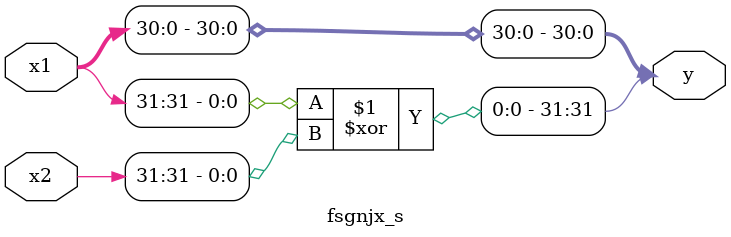
<source format=v>
`timescale 1ns / 100ps
`default_nettype none

module fsgnjx_s (x1, x2, y);
    input wire [31:0] x1, x2;
    output [31:0] y;

    wire [31:0] y;

    assign y = {x1[31] ^ x2[31], x1[30:0]};    
endmodule

</source>
